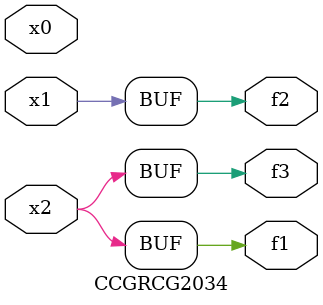
<source format=v>
module CCGRCG2034(
	input x0, x1, x2,
	output f1, f2, f3
);
	assign f1 = x2;
	assign f2 = x1;
	assign f3 = x2;
endmodule

</source>
